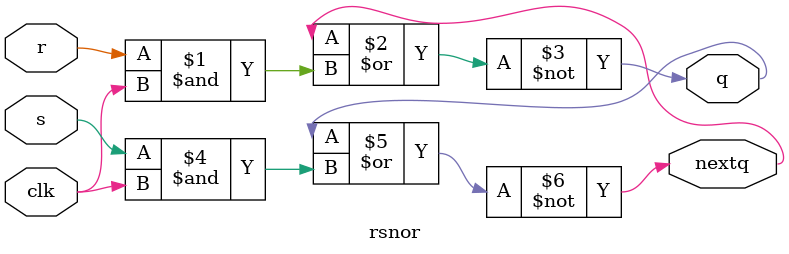
<source format=v>
`timescale 1ns / 1ps


module rsnor(
input clk,s,r,
output q, nextq
    );
    
    assign q = ~(nextq|(r&clk));
    assign nextq = ~(q|(s&clk));
    
endmodule

</source>
